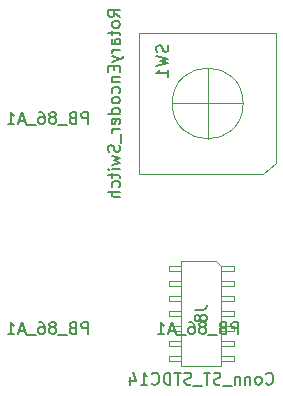
<source format=gbr>
G04 #@! TF.GenerationSoftware,KiCad,Pcbnew,9.0.2*
G04 #@! TF.CreationDate,2025-12-31T10:57:56+01:00*
G04 #@! TF.ProjectId,synthmate_L432,73796e74-686d-4617-9465-5f4c3433322e,rev?*
G04 #@! TF.SameCoordinates,Original*
G04 #@! TF.FileFunction,AssemblyDrawing,Bot*
%FSLAX46Y46*%
G04 Gerber Fmt 4.6, Leading zero omitted, Abs format (unit mm)*
G04 Created by KiCad (PCBNEW 9.0.2) date 2025-12-31 10:57:56*
%MOMM*%
%LPD*%
G01*
G04 APERTURE LIST*
%ADD10C,0.150000*%
%ADD11C,0.120000*%
%ADD12C,0.100000*%
G04 APERTURE END LIST*
D10*
X136730952Y-100784819D02*
X136730952Y-99784819D01*
X136730952Y-99784819D02*
X136350000Y-99784819D01*
X136350000Y-99784819D02*
X136254762Y-99832438D01*
X136254762Y-99832438D02*
X136207143Y-99880057D01*
X136207143Y-99880057D02*
X136159524Y-99975295D01*
X136159524Y-99975295D02*
X136159524Y-100118152D01*
X136159524Y-100118152D02*
X136207143Y-100213390D01*
X136207143Y-100213390D02*
X136254762Y-100261009D01*
X136254762Y-100261009D02*
X136350000Y-100308628D01*
X136350000Y-100308628D02*
X136730952Y-100308628D01*
X135397619Y-100261009D02*
X135254762Y-100308628D01*
X135254762Y-100308628D02*
X135207143Y-100356247D01*
X135207143Y-100356247D02*
X135159524Y-100451485D01*
X135159524Y-100451485D02*
X135159524Y-100594342D01*
X135159524Y-100594342D02*
X135207143Y-100689580D01*
X135207143Y-100689580D02*
X135254762Y-100737200D01*
X135254762Y-100737200D02*
X135350000Y-100784819D01*
X135350000Y-100784819D02*
X135730952Y-100784819D01*
X135730952Y-100784819D02*
X135730952Y-99784819D01*
X135730952Y-99784819D02*
X135397619Y-99784819D01*
X135397619Y-99784819D02*
X135302381Y-99832438D01*
X135302381Y-99832438D02*
X135254762Y-99880057D01*
X135254762Y-99880057D02*
X135207143Y-99975295D01*
X135207143Y-99975295D02*
X135207143Y-100070533D01*
X135207143Y-100070533D02*
X135254762Y-100165771D01*
X135254762Y-100165771D02*
X135302381Y-100213390D01*
X135302381Y-100213390D02*
X135397619Y-100261009D01*
X135397619Y-100261009D02*
X135730952Y-100261009D01*
X134969048Y-100880057D02*
X134207143Y-100880057D01*
X133826190Y-100213390D02*
X133921428Y-100165771D01*
X133921428Y-100165771D02*
X133969047Y-100118152D01*
X133969047Y-100118152D02*
X134016666Y-100022914D01*
X134016666Y-100022914D02*
X134016666Y-99975295D01*
X134016666Y-99975295D02*
X133969047Y-99880057D01*
X133969047Y-99880057D02*
X133921428Y-99832438D01*
X133921428Y-99832438D02*
X133826190Y-99784819D01*
X133826190Y-99784819D02*
X133635714Y-99784819D01*
X133635714Y-99784819D02*
X133540476Y-99832438D01*
X133540476Y-99832438D02*
X133492857Y-99880057D01*
X133492857Y-99880057D02*
X133445238Y-99975295D01*
X133445238Y-99975295D02*
X133445238Y-100022914D01*
X133445238Y-100022914D02*
X133492857Y-100118152D01*
X133492857Y-100118152D02*
X133540476Y-100165771D01*
X133540476Y-100165771D02*
X133635714Y-100213390D01*
X133635714Y-100213390D02*
X133826190Y-100213390D01*
X133826190Y-100213390D02*
X133921428Y-100261009D01*
X133921428Y-100261009D02*
X133969047Y-100308628D01*
X133969047Y-100308628D02*
X134016666Y-100403866D01*
X134016666Y-100403866D02*
X134016666Y-100594342D01*
X134016666Y-100594342D02*
X133969047Y-100689580D01*
X133969047Y-100689580D02*
X133921428Y-100737200D01*
X133921428Y-100737200D02*
X133826190Y-100784819D01*
X133826190Y-100784819D02*
X133635714Y-100784819D01*
X133635714Y-100784819D02*
X133540476Y-100737200D01*
X133540476Y-100737200D02*
X133492857Y-100689580D01*
X133492857Y-100689580D02*
X133445238Y-100594342D01*
X133445238Y-100594342D02*
X133445238Y-100403866D01*
X133445238Y-100403866D02*
X133492857Y-100308628D01*
X133492857Y-100308628D02*
X133540476Y-100261009D01*
X133540476Y-100261009D02*
X133635714Y-100213390D01*
X132588095Y-99784819D02*
X132778571Y-99784819D01*
X132778571Y-99784819D02*
X132873809Y-99832438D01*
X132873809Y-99832438D02*
X132921428Y-99880057D01*
X132921428Y-99880057D02*
X133016666Y-100022914D01*
X133016666Y-100022914D02*
X133064285Y-100213390D01*
X133064285Y-100213390D02*
X133064285Y-100594342D01*
X133064285Y-100594342D02*
X133016666Y-100689580D01*
X133016666Y-100689580D02*
X132969047Y-100737200D01*
X132969047Y-100737200D02*
X132873809Y-100784819D01*
X132873809Y-100784819D02*
X132683333Y-100784819D01*
X132683333Y-100784819D02*
X132588095Y-100737200D01*
X132588095Y-100737200D02*
X132540476Y-100689580D01*
X132540476Y-100689580D02*
X132492857Y-100594342D01*
X132492857Y-100594342D02*
X132492857Y-100356247D01*
X132492857Y-100356247D02*
X132540476Y-100261009D01*
X132540476Y-100261009D02*
X132588095Y-100213390D01*
X132588095Y-100213390D02*
X132683333Y-100165771D01*
X132683333Y-100165771D02*
X132873809Y-100165771D01*
X132873809Y-100165771D02*
X132969047Y-100213390D01*
X132969047Y-100213390D02*
X133016666Y-100261009D01*
X133016666Y-100261009D02*
X133064285Y-100356247D01*
X132302381Y-100880057D02*
X131540476Y-100880057D01*
X131349999Y-100499104D02*
X130873809Y-100499104D01*
X131445237Y-100784819D02*
X131111904Y-99784819D01*
X131111904Y-99784819D02*
X130778571Y-100784819D01*
X129921428Y-100784819D02*
X130492856Y-100784819D01*
X130207142Y-100784819D02*
X130207142Y-99784819D01*
X130207142Y-99784819D02*
X130302380Y-99927676D01*
X130302380Y-99927676D02*
X130397618Y-100022914D01*
X130397618Y-100022914D02*
X130492856Y-100070533D01*
X149430952Y-100784819D02*
X149430952Y-99784819D01*
X149430952Y-99784819D02*
X149050000Y-99784819D01*
X149050000Y-99784819D02*
X148954762Y-99832438D01*
X148954762Y-99832438D02*
X148907143Y-99880057D01*
X148907143Y-99880057D02*
X148859524Y-99975295D01*
X148859524Y-99975295D02*
X148859524Y-100118152D01*
X148859524Y-100118152D02*
X148907143Y-100213390D01*
X148907143Y-100213390D02*
X148954762Y-100261009D01*
X148954762Y-100261009D02*
X149050000Y-100308628D01*
X149050000Y-100308628D02*
X149430952Y-100308628D01*
X148097619Y-100261009D02*
X147954762Y-100308628D01*
X147954762Y-100308628D02*
X147907143Y-100356247D01*
X147907143Y-100356247D02*
X147859524Y-100451485D01*
X147859524Y-100451485D02*
X147859524Y-100594342D01*
X147859524Y-100594342D02*
X147907143Y-100689580D01*
X147907143Y-100689580D02*
X147954762Y-100737200D01*
X147954762Y-100737200D02*
X148050000Y-100784819D01*
X148050000Y-100784819D02*
X148430952Y-100784819D01*
X148430952Y-100784819D02*
X148430952Y-99784819D01*
X148430952Y-99784819D02*
X148097619Y-99784819D01*
X148097619Y-99784819D02*
X148002381Y-99832438D01*
X148002381Y-99832438D02*
X147954762Y-99880057D01*
X147954762Y-99880057D02*
X147907143Y-99975295D01*
X147907143Y-99975295D02*
X147907143Y-100070533D01*
X147907143Y-100070533D02*
X147954762Y-100165771D01*
X147954762Y-100165771D02*
X148002381Y-100213390D01*
X148002381Y-100213390D02*
X148097619Y-100261009D01*
X148097619Y-100261009D02*
X148430952Y-100261009D01*
X147669048Y-100880057D02*
X146907143Y-100880057D01*
X146526190Y-100213390D02*
X146621428Y-100165771D01*
X146621428Y-100165771D02*
X146669047Y-100118152D01*
X146669047Y-100118152D02*
X146716666Y-100022914D01*
X146716666Y-100022914D02*
X146716666Y-99975295D01*
X146716666Y-99975295D02*
X146669047Y-99880057D01*
X146669047Y-99880057D02*
X146621428Y-99832438D01*
X146621428Y-99832438D02*
X146526190Y-99784819D01*
X146526190Y-99784819D02*
X146335714Y-99784819D01*
X146335714Y-99784819D02*
X146240476Y-99832438D01*
X146240476Y-99832438D02*
X146192857Y-99880057D01*
X146192857Y-99880057D02*
X146145238Y-99975295D01*
X146145238Y-99975295D02*
X146145238Y-100022914D01*
X146145238Y-100022914D02*
X146192857Y-100118152D01*
X146192857Y-100118152D02*
X146240476Y-100165771D01*
X146240476Y-100165771D02*
X146335714Y-100213390D01*
X146335714Y-100213390D02*
X146526190Y-100213390D01*
X146526190Y-100213390D02*
X146621428Y-100261009D01*
X146621428Y-100261009D02*
X146669047Y-100308628D01*
X146669047Y-100308628D02*
X146716666Y-100403866D01*
X146716666Y-100403866D02*
X146716666Y-100594342D01*
X146716666Y-100594342D02*
X146669047Y-100689580D01*
X146669047Y-100689580D02*
X146621428Y-100737200D01*
X146621428Y-100737200D02*
X146526190Y-100784819D01*
X146526190Y-100784819D02*
X146335714Y-100784819D01*
X146335714Y-100784819D02*
X146240476Y-100737200D01*
X146240476Y-100737200D02*
X146192857Y-100689580D01*
X146192857Y-100689580D02*
X146145238Y-100594342D01*
X146145238Y-100594342D02*
X146145238Y-100403866D01*
X146145238Y-100403866D02*
X146192857Y-100308628D01*
X146192857Y-100308628D02*
X146240476Y-100261009D01*
X146240476Y-100261009D02*
X146335714Y-100213390D01*
X145288095Y-99784819D02*
X145478571Y-99784819D01*
X145478571Y-99784819D02*
X145573809Y-99832438D01*
X145573809Y-99832438D02*
X145621428Y-99880057D01*
X145621428Y-99880057D02*
X145716666Y-100022914D01*
X145716666Y-100022914D02*
X145764285Y-100213390D01*
X145764285Y-100213390D02*
X145764285Y-100594342D01*
X145764285Y-100594342D02*
X145716666Y-100689580D01*
X145716666Y-100689580D02*
X145669047Y-100737200D01*
X145669047Y-100737200D02*
X145573809Y-100784819D01*
X145573809Y-100784819D02*
X145383333Y-100784819D01*
X145383333Y-100784819D02*
X145288095Y-100737200D01*
X145288095Y-100737200D02*
X145240476Y-100689580D01*
X145240476Y-100689580D02*
X145192857Y-100594342D01*
X145192857Y-100594342D02*
X145192857Y-100356247D01*
X145192857Y-100356247D02*
X145240476Y-100261009D01*
X145240476Y-100261009D02*
X145288095Y-100213390D01*
X145288095Y-100213390D02*
X145383333Y-100165771D01*
X145383333Y-100165771D02*
X145573809Y-100165771D01*
X145573809Y-100165771D02*
X145669047Y-100213390D01*
X145669047Y-100213390D02*
X145716666Y-100261009D01*
X145716666Y-100261009D02*
X145764285Y-100356247D01*
X145002381Y-100880057D02*
X144240476Y-100880057D01*
X144049999Y-100499104D02*
X143573809Y-100499104D01*
X144145237Y-100784819D02*
X143811904Y-99784819D01*
X143811904Y-99784819D02*
X143478571Y-100784819D01*
X142621428Y-100784819D02*
X143192856Y-100784819D01*
X142907142Y-100784819D02*
X142907142Y-99784819D01*
X142907142Y-99784819D02*
X143002380Y-99927676D01*
X143002380Y-99927676D02*
X143097618Y-100022914D01*
X143097618Y-100022914D02*
X143192856Y-100070533D01*
X139414819Y-73936665D02*
X138938628Y-73603332D01*
X139414819Y-73365237D02*
X138414819Y-73365237D01*
X138414819Y-73365237D02*
X138414819Y-73746189D01*
X138414819Y-73746189D02*
X138462438Y-73841427D01*
X138462438Y-73841427D02*
X138510057Y-73889046D01*
X138510057Y-73889046D02*
X138605295Y-73936665D01*
X138605295Y-73936665D02*
X138748152Y-73936665D01*
X138748152Y-73936665D02*
X138843390Y-73889046D01*
X138843390Y-73889046D02*
X138891009Y-73841427D01*
X138891009Y-73841427D02*
X138938628Y-73746189D01*
X138938628Y-73746189D02*
X138938628Y-73365237D01*
X139414819Y-74508094D02*
X139367200Y-74412856D01*
X139367200Y-74412856D02*
X139319580Y-74365237D01*
X139319580Y-74365237D02*
X139224342Y-74317618D01*
X139224342Y-74317618D02*
X138938628Y-74317618D01*
X138938628Y-74317618D02*
X138843390Y-74365237D01*
X138843390Y-74365237D02*
X138795771Y-74412856D01*
X138795771Y-74412856D02*
X138748152Y-74508094D01*
X138748152Y-74508094D02*
X138748152Y-74650951D01*
X138748152Y-74650951D02*
X138795771Y-74746189D01*
X138795771Y-74746189D02*
X138843390Y-74793808D01*
X138843390Y-74793808D02*
X138938628Y-74841427D01*
X138938628Y-74841427D02*
X139224342Y-74841427D01*
X139224342Y-74841427D02*
X139319580Y-74793808D01*
X139319580Y-74793808D02*
X139367200Y-74746189D01*
X139367200Y-74746189D02*
X139414819Y-74650951D01*
X139414819Y-74650951D02*
X139414819Y-74508094D01*
X138748152Y-75127142D02*
X138748152Y-75508094D01*
X138414819Y-75269999D02*
X139271961Y-75269999D01*
X139271961Y-75269999D02*
X139367200Y-75317618D01*
X139367200Y-75317618D02*
X139414819Y-75412856D01*
X139414819Y-75412856D02*
X139414819Y-75508094D01*
X139414819Y-76269999D02*
X138891009Y-76269999D01*
X138891009Y-76269999D02*
X138795771Y-76222380D01*
X138795771Y-76222380D02*
X138748152Y-76127142D01*
X138748152Y-76127142D02*
X138748152Y-75936666D01*
X138748152Y-75936666D02*
X138795771Y-75841428D01*
X139367200Y-76269999D02*
X139414819Y-76174761D01*
X139414819Y-76174761D02*
X139414819Y-75936666D01*
X139414819Y-75936666D02*
X139367200Y-75841428D01*
X139367200Y-75841428D02*
X139271961Y-75793809D01*
X139271961Y-75793809D02*
X139176723Y-75793809D01*
X139176723Y-75793809D02*
X139081485Y-75841428D01*
X139081485Y-75841428D02*
X139033866Y-75936666D01*
X139033866Y-75936666D02*
X139033866Y-76174761D01*
X139033866Y-76174761D02*
X138986247Y-76269999D01*
X139414819Y-76746190D02*
X138748152Y-76746190D01*
X138938628Y-76746190D02*
X138843390Y-76793809D01*
X138843390Y-76793809D02*
X138795771Y-76841428D01*
X138795771Y-76841428D02*
X138748152Y-76936666D01*
X138748152Y-76936666D02*
X138748152Y-77031904D01*
X138748152Y-77270000D02*
X139414819Y-77508095D01*
X138748152Y-77746190D02*
X139414819Y-77508095D01*
X139414819Y-77508095D02*
X139652914Y-77412857D01*
X139652914Y-77412857D02*
X139700533Y-77365238D01*
X139700533Y-77365238D02*
X139748152Y-77270000D01*
X138891009Y-78127143D02*
X138891009Y-78460476D01*
X139414819Y-78603333D02*
X139414819Y-78127143D01*
X139414819Y-78127143D02*
X138414819Y-78127143D01*
X138414819Y-78127143D02*
X138414819Y-78603333D01*
X138748152Y-79031905D02*
X139414819Y-79031905D01*
X138843390Y-79031905D02*
X138795771Y-79079524D01*
X138795771Y-79079524D02*
X138748152Y-79174762D01*
X138748152Y-79174762D02*
X138748152Y-79317619D01*
X138748152Y-79317619D02*
X138795771Y-79412857D01*
X138795771Y-79412857D02*
X138891009Y-79460476D01*
X138891009Y-79460476D02*
X139414819Y-79460476D01*
X139367200Y-80365238D02*
X139414819Y-80270000D01*
X139414819Y-80270000D02*
X139414819Y-80079524D01*
X139414819Y-80079524D02*
X139367200Y-79984286D01*
X139367200Y-79984286D02*
X139319580Y-79936667D01*
X139319580Y-79936667D02*
X139224342Y-79889048D01*
X139224342Y-79889048D02*
X138938628Y-79889048D01*
X138938628Y-79889048D02*
X138843390Y-79936667D01*
X138843390Y-79936667D02*
X138795771Y-79984286D01*
X138795771Y-79984286D02*
X138748152Y-80079524D01*
X138748152Y-80079524D02*
X138748152Y-80270000D01*
X138748152Y-80270000D02*
X138795771Y-80365238D01*
X139414819Y-80936667D02*
X139367200Y-80841429D01*
X139367200Y-80841429D02*
X139319580Y-80793810D01*
X139319580Y-80793810D02*
X139224342Y-80746191D01*
X139224342Y-80746191D02*
X138938628Y-80746191D01*
X138938628Y-80746191D02*
X138843390Y-80793810D01*
X138843390Y-80793810D02*
X138795771Y-80841429D01*
X138795771Y-80841429D02*
X138748152Y-80936667D01*
X138748152Y-80936667D02*
X138748152Y-81079524D01*
X138748152Y-81079524D02*
X138795771Y-81174762D01*
X138795771Y-81174762D02*
X138843390Y-81222381D01*
X138843390Y-81222381D02*
X138938628Y-81270000D01*
X138938628Y-81270000D02*
X139224342Y-81270000D01*
X139224342Y-81270000D02*
X139319580Y-81222381D01*
X139319580Y-81222381D02*
X139367200Y-81174762D01*
X139367200Y-81174762D02*
X139414819Y-81079524D01*
X139414819Y-81079524D02*
X139414819Y-80936667D01*
X139414819Y-82127143D02*
X138414819Y-82127143D01*
X139367200Y-82127143D02*
X139414819Y-82031905D01*
X139414819Y-82031905D02*
X139414819Y-81841429D01*
X139414819Y-81841429D02*
X139367200Y-81746191D01*
X139367200Y-81746191D02*
X139319580Y-81698572D01*
X139319580Y-81698572D02*
X139224342Y-81650953D01*
X139224342Y-81650953D02*
X138938628Y-81650953D01*
X138938628Y-81650953D02*
X138843390Y-81698572D01*
X138843390Y-81698572D02*
X138795771Y-81746191D01*
X138795771Y-81746191D02*
X138748152Y-81841429D01*
X138748152Y-81841429D02*
X138748152Y-82031905D01*
X138748152Y-82031905D02*
X138795771Y-82127143D01*
X139367200Y-82984286D02*
X139414819Y-82889048D01*
X139414819Y-82889048D02*
X139414819Y-82698572D01*
X139414819Y-82698572D02*
X139367200Y-82603334D01*
X139367200Y-82603334D02*
X139271961Y-82555715D01*
X139271961Y-82555715D02*
X138891009Y-82555715D01*
X138891009Y-82555715D02*
X138795771Y-82603334D01*
X138795771Y-82603334D02*
X138748152Y-82698572D01*
X138748152Y-82698572D02*
X138748152Y-82889048D01*
X138748152Y-82889048D02*
X138795771Y-82984286D01*
X138795771Y-82984286D02*
X138891009Y-83031905D01*
X138891009Y-83031905D02*
X138986247Y-83031905D01*
X138986247Y-83031905D02*
X139081485Y-82555715D01*
X139414819Y-83460477D02*
X138748152Y-83460477D01*
X138938628Y-83460477D02*
X138843390Y-83508096D01*
X138843390Y-83508096D02*
X138795771Y-83555715D01*
X138795771Y-83555715D02*
X138748152Y-83650953D01*
X138748152Y-83650953D02*
X138748152Y-83746191D01*
X139510057Y-83841430D02*
X139510057Y-84603334D01*
X139367200Y-84793811D02*
X139414819Y-84936668D01*
X139414819Y-84936668D02*
X139414819Y-85174763D01*
X139414819Y-85174763D02*
X139367200Y-85270001D01*
X139367200Y-85270001D02*
X139319580Y-85317620D01*
X139319580Y-85317620D02*
X139224342Y-85365239D01*
X139224342Y-85365239D02*
X139129104Y-85365239D01*
X139129104Y-85365239D02*
X139033866Y-85317620D01*
X139033866Y-85317620D02*
X138986247Y-85270001D01*
X138986247Y-85270001D02*
X138938628Y-85174763D01*
X138938628Y-85174763D02*
X138891009Y-84984287D01*
X138891009Y-84984287D02*
X138843390Y-84889049D01*
X138843390Y-84889049D02*
X138795771Y-84841430D01*
X138795771Y-84841430D02*
X138700533Y-84793811D01*
X138700533Y-84793811D02*
X138605295Y-84793811D01*
X138605295Y-84793811D02*
X138510057Y-84841430D01*
X138510057Y-84841430D02*
X138462438Y-84889049D01*
X138462438Y-84889049D02*
X138414819Y-84984287D01*
X138414819Y-84984287D02*
X138414819Y-85222382D01*
X138414819Y-85222382D02*
X138462438Y-85365239D01*
X138748152Y-85698573D02*
X139414819Y-85889049D01*
X139414819Y-85889049D02*
X138938628Y-86079525D01*
X138938628Y-86079525D02*
X139414819Y-86270001D01*
X139414819Y-86270001D02*
X138748152Y-86460477D01*
X139414819Y-86841430D02*
X138748152Y-86841430D01*
X138414819Y-86841430D02*
X138462438Y-86793811D01*
X138462438Y-86793811D02*
X138510057Y-86841430D01*
X138510057Y-86841430D02*
X138462438Y-86889049D01*
X138462438Y-86889049D02*
X138414819Y-86841430D01*
X138414819Y-86841430D02*
X138510057Y-86841430D01*
X138748152Y-87174763D02*
X138748152Y-87555715D01*
X138414819Y-87317620D02*
X139271961Y-87317620D01*
X139271961Y-87317620D02*
X139367200Y-87365239D01*
X139367200Y-87365239D02*
X139414819Y-87460477D01*
X139414819Y-87460477D02*
X139414819Y-87555715D01*
X139367200Y-88317620D02*
X139414819Y-88222382D01*
X139414819Y-88222382D02*
X139414819Y-88031906D01*
X139414819Y-88031906D02*
X139367200Y-87936668D01*
X139367200Y-87936668D02*
X139319580Y-87889049D01*
X139319580Y-87889049D02*
X139224342Y-87841430D01*
X139224342Y-87841430D02*
X138938628Y-87841430D01*
X138938628Y-87841430D02*
X138843390Y-87889049D01*
X138843390Y-87889049D02*
X138795771Y-87936668D01*
X138795771Y-87936668D02*
X138748152Y-88031906D01*
X138748152Y-88031906D02*
X138748152Y-88222382D01*
X138748152Y-88222382D02*
X138795771Y-88317620D01*
X139414819Y-88746192D02*
X138414819Y-88746192D01*
X139414819Y-89174763D02*
X138891009Y-89174763D01*
X138891009Y-89174763D02*
X138795771Y-89127144D01*
X138795771Y-89127144D02*
X138748152Y-89031906D01*
X138748152Y-89031906D02*
X138748152Y-88889049D01*
X138748152Y-88889049D02*
X138795771Y-88793811D01*
X138795771Y-88793811D02*
X138843390Y-88746192D01*
X143467200Y-76336667D02*
X143514819Y-76479524D01*
X143514819Y-76479524D02*
X143514819Y-76717619D01*
X143514819Y-76717619D02*
X143467200Y-76812857D01*
X143467200Y-76812857D02*
X143419580Y-76860476D01*
X143419580Y-76860476D02*
X143324342Y-76908095D01*
X143324342Y-76908095D02*
X143229104Y-76908095D01*
X143229104Y-76908095D02*
X143133866Y-76860476D01*
X143133866Y-76860476D02*
X143086247Y-76812857D01*
X143086247Y-76812857D02*
X143038628Y-76717619D01*
X143038628Y-76717619D02*
X142991009Y-76527143D01*
X142991009Y-76527143D02*
X142943390Y-76431905D01*
X142943390Y-76431905D02*
X142895771Y-76384286D01*
X142895771Y-76384286D02*
X142800533Y-76336667D01*
X142800533Y-76336667D02*
X142705295Y-76336667D01*
X142705295Y-76336667D02*
X142610057Y-76384286D01*
X142610057Y-76384286D02*
X142562438Y-76431905D01*
X142562438Y-76431905D02*
X142514819Y-76527143D01*
X142514819Y-76527143D02*
X142514819Y-76765238D01*
X142514819Y-76765238D02*
X142562438Y-76908095D01*
X142514819Y-77241429D02*
X143514819Y-77479524D01*
X143514819Y-77479524D02*
X142800533Y-77670000D01*
X142800533Y-77670000D02*
X143514819Y-77860476D01*
X143514819Y-77860476D02*
X142514819Y-78098572D01*
X143514819Y-79003333D02*
X143514819Y-78431905D01*
X143514819Y-78717619D02*
X142514819Y-78717619D01*
X142514819Y-78717619D02*
X142657676Y-78622381D01*
X142657676Y-78622381D02*
X142752914Y-78527143D01*
X142752914Y-78527143D02*
X142800533Y-78431905D01*
X151796191Y-104974580D02*
X151843810Y-105022200D01*
X151843810Y-105022200D02*
X151986667Y-105069819D01*
X151986667Y-105069819D02*
X152081905Y-105069819D01*
X152081905Y-105069819D02*
X152224762Y-105022200D01*
X152224762Y-105022200D02*
X152320000Y-104926961D01*
X152320000Y-104926961D02*
X152367619Y-104831723D01*
X152367619Y-104831723D02*
X152415238Y-104641247D01*
X152415238Y-104641247D02*
X152415238Y-104498390D01*
X152415238Y-104498390D02*
X152367619Y-104307914D01*
X152367619Y-104307914D02*
X152320000Y-104212676D01*
X152320000Y-104212676D02*
X152224762Y-104117438D01*
X152224762Y-104117438D02*
X152081905Y-104069819D01*
X152081905Y-104069819D02*
X151986667Y-104069819D01*
X151986667Y-104069819D02*
X151843810Y-104117438D01*
X151843810Y-104117438D02*
X151796191Y-104165057D01*
X151224762Y-105069819D02*
X151320000Y-105022200D01*
X151320000Y-105022200D02*
X151367619Y-104974580D01*
X151367619Y-104974580D02*
X151415238Y-104879342D01*
X151415238Y-104879342D02*
X151415238Y-104593628D01*
X151415238Y-104593628D02*
X151367619Y-104498390D01*
X151367619Y-104498390D02*
X151320000Y-104450771D01*
X151320000Y-104450771D02*
X151224762Y-104403152D01*
X151224762Y-104403152D02*
X151081905Y-104403152D01*
X151081905Y-104403152D02*
X150986667Y-104450771D01*
X150986667Y-104450771D02*
X150939048Y-104498390D01*
X150939048Y-104498390D02*
X150891429Y-104593628D01*
X150891429Y-104593628D02*
X150891429Y-104879342D01*
X150891429Y-104879342D02*
X150939048Y-104974580D01*
X150939048Y-104974580D02*
X150986667Y-105022200D01*
X150986667Y-105022200D02*
X151081905Y-105069819D01*
X151081905Y-105069819D02*
X151224762Y-105069819D01*
X150462857Y-104403152D02*
X150462857Y-105069819D01*
X150462857Y-104498390D02*
X150415238Y-104450771D01*
X150415238Y-104450771D02*
X150320000Y-104403152D01*
X150320000Y-104403152D02*
X150177143Y-104403152D01*
X150177143Y-104403152D02*
X150081905Y-104450771D01*
X150081905Y-104450771D02*
X150034286Y-104546009D01*
X150034286Y-104546009D02*
X150034286Y-105069819D01*
X149558095Y-104403152D02*
X149558095Y-105069819D01*
X149558095Y-104498390D02*
X149510476Y-104450771D01*
X149510476Y-104450771D02*
X149415238Y-104403152D01*
X149415238Y-104403152D02*
X149272381Y-104403152D01*
X149272381Y-104403152D02*
X149177143Y-104450771D01*
X149177143Y-104450771D02*
X149129524Y-104546009D01*
X149129524Y-104546009D02*
X149129524Y-105069819D01*
X148891429Y-105165057D02*
X148129524Y-105165057D01*
X147939047Y-105022200D02*
X147796190Y-105069819D01*
X147796190Y-105069819D02*
X147558095Y-105069819D01*
X147558095Y-105069819D02*
X147462857Y-105022200D01*
X147462857Y-105022200D02*
X147415238Y-104974580D01*
X147415238Y-104974580D02*
X147367619Y-104879342D01*
X147367619Y-104879342D02*
X147367619Y-104784104D01*
X147367619Y-104784104D02*
X147415238Y-104688866D01*
X147415238Y-104688866D02*
X147462857Y-104641247D01*
X147462857Y-104641247D02*
X147558095Y-104593628D01*
X147558095Y-104593628D02*
X147748571Y-104546009D01*
X147748571Y-104546009D02*
X147843809Y-104498390D01*
X147843809Y-104498390D02*
X147891428Y-104450771D01*
X147891428Y-104450771D02*
X147939047Y-104355533D01*
X147939047Y-104355533D02*
X147939047Y-104260295D01*
X147939047Y-104260295D02*
X147891428Y-104165057D01*
X147891428Y-104165057D02*
X147843809Y-104117438D01*
X147843809Y-104117438D02*
X147748571Y-104069819D01*
X147748571Y-104069819D02*
X147510476Y-104069819D01*
X147510476Y-104069819D02*
X147367619Y-104117438D01*
X147081904Y-104069819D02*
X146510476Y-104069819D01*
X146796190Y-105069819D02*
X146796190Y-104069819D01*
X146415238Y-105165057D02*
X145653333Y-105165057D01*
X145462856Y-105022200D02*
X145319999Y-105069819D01*
X145319999Y-105069819D02*
X145081904Y-105069819D01*
X145081904Y-105069819D02*
X144986666Y-105022200D01*
X144986666Y-105022200D02*
X144939047Y-104974580D01*
X144939047Y-104974580D02*
X144891428Y-104879342D01*
X144891428Y-104879342D02*
X144891428Y-104784104D01*
X144891428Y-104784104D02*
X144939047Y-104688866D01*
X144939047Y-104688866D02*
X144986666Y-104641247D01*
X144986666Y-104641247D02*
X145081904Y-104593628D01*
X145081904Y-104593628D02*
X145272380Y-104546009D01*
X145272380Y-104546009D02*
X145367618Y-104498390D01*
X145367618Y-104498390D02*
X145415237Y-104450771D01*
X145415237Y-104450771D02*
X145462856Y-104355533D01*
X145462856Y-104355533D02*
X145462856Y-104260295D01*
X145462856Y-104260295D02*
X145415237Y-104165057D01*
X145415237Y-104165057D02*
X145367618Y-104117438D01*
X145367618Y-104117438D02*
X145272380Y-104069819D01*
X145272380Y-104069819D02*
X145034285Y-104069819D01*
X145034285Y-104069819D02*
X144891428Y-104117438D01*
X144605713Y-104069819D02*
X144034285Y-104069819D01*
X144319999Y-105069819D02*
X144319999Y-104069819D01*
X143700951Y-105069819D02*
X143700951Y-104069819D01*
X143700951Y-104069819D02*
X143462856Y-104069819D01*
X143462856Y-104069819D02*
X143319999Y-104117438D01*
X143319999Y-104117438D02*
X143224761Y-104212676D01*
X143224761Y-104212676D02*
X143177142Y-104307914D01*
X143177142Y-104307914D02*
X143129523Y-104498390D01*
X143129523Y-104498390D02*
X143129523Y-104641247D01*
X143129523Y-104641247D02*
X143177142Y-104831723D01*
X143177142Y-104831723D02*
X143224761Y-104926961D01*
X143224761Y-104926961D02*
X143319999Y-105022200D01*
X143319999Y-105022200D02*
X143462856Y-105069819D01*
X143462856Y-105069819D02*
X143700951Y-105069819D01*
X142129523Y-104974580D02*
X142177142Y-105022200D01*
X142177142Y-105022200D02*
X142319999Y-105069819D01*
X142319999Y-105069819D02*
X142415237Y-105069819D01*
X142415237Y-105069819D02*
X142558094Y-105022200D01*
X142558094Y-105022200D02*
X142653332Y-104926961D01*
X142653332Y-104926961D02*
X142700951Y-104831723D01*
X142700951Y-104831723D02*
X142748570Y-104641247D01*
X142748570Y-104641247D02*
X142748570Y-104498390D01*
X142748570Y-104498390D02*
X142700951Y-104307914D01*
X142700951Y-104307914D02*
X142653332Y-104212676D01*
X142653332Y-104212676D02*
X142558094Y-104117438D01*
X142558094Y-104117438D02*
X142415237Y-104069819D01*
X142415237Y-104069819D02*
X142319999Y-104069819D01*
X142319999Y-104069819D02*
X142177142Y-104117438D01*
X142177142Y-104117438D02*
X142129523Y-104165057D01*
X141177142Y-105069819D02*
X141748570Y-105069819D01*
X141462856Y-105069819D02*
X141462856Y-104069819D01*
X141462856Y-104069819D02*
X141558094Y-104212676D01*
X141558094Y-104212676D02*
X141653332Y-104307914D01*
X141653332Y-104307914D02*
X141748570Y-104355533D01*
X140319999Y-104403152D02*
X140319999Y-105069819D01*
X140558094Y-104022200D02*
X140796189Y-104736485D01*
X140796189Y-104736485D02*
X140177142Y-104736485D01*
X145774819Y-98726666D02*
X146489104Y-98726666D01*
X146489104Y-98726666D02*
X146631961Y-98679047D01*
X146631961Y-98679047D02*
X146727200Y-98583809D01*
X146727200Y-98583809D02*
X146774819Y-98440952D01*
X146774819Y-98440952D02*
X146774819Y-98345714D01*
X146203390Y-99345714D02*
X146155771Y-99250476D01*
X146155771Y-99250476D02*
X146108152Y-99202857D01*
X146108152Y-99202857D02*
X146012914Y-99155238D01*
X146012914Y-99155238D02*
X145965295Y-99155238D01*
X145965295Y-99155238D02*
X145870057Y-99202857D01*
X145870057Y-99202857D02*
X145822438Y-99250476D01*
X145822438Y-99250476D02*
X145774819Y-99345714D01*
X145774819Y-99345714D02*
X145774819Y-99536190D01*
X145774819Y-99536190D02*
X145822438Y-99631428D01*
X145822438Y-99631428D02*
X145870057Y-99679047D01*
X145870057Y-99679047D02*
X145965295Y-99726666D01*
X145965295Y-99726666D02*
X146012914Y-99726666D01*
X146012914Y-99726666D02*
X146108152Y-99679047D01*
X146108152Y-99679047D02*
X146155771Y-99631428D01*
X146155771Y-99631428D02*
X146203390Y-99536190D01*
X146203390Y-99536190D02*
X146203390Y-99345714D01*
X146203390Y-99345714D02*
X146251009Y-99250476D01*
X146251009Y-99250476D02*
X146298628Y-99202857D01*
X146298628Y-99202857D02*
X146393866Y-99155238D01*
X146393866Y-99155238D02*
X146584342Y-99155238D01*
X146584342Y-99155238D02*
X146679580Y-99202857D01*
X146679580Y-99202857D02*
X146727200Y-99250476D01*
X146727200Y-99250476D02*
X146774819Y-99345714D01*
X146774819Y-99345714D02*
X146774819Y-99536190D01*
X146774819Y-99536190D02*
X146727200Y-99631428D01*
X146727200Y-99631428D02*
X146679580Y-99679047D01*
X146679580Y-99679047D02*
X146584342Y-99726666D01*
X146584342Y-99726666D02*
X146393866Y-99726666D01*
X146393866Y-99726666D02*
X146298628Y-99679047D01*
X146298628Y-99679047D02*
X146251009Y-99631428D01*
X146251009Y-99631428D02*
X146203390Y-99536190D01*
X136730952Y-83004819D02*
X136730952Y-82004819D01*
X136730952Y-82004819D02*
X136350000Y-82004819D01*
X136350000Y-82004819D02*
X136254762Y-82052438D01*
X136254762Y-82052438D02*
X136207143Y-82100057D01*
X136207143Y-82100057D02*
X136159524Y-82195295D01*
X136159524Y-82195295D02*
X136159524Y-82338152D01*
X136159524Y-82338152D02*
X136207143Y-82433390D01*
X136207143Y-82433390D02*
X136254762Y-82481009D01*
X136254762Y-82481009D02*
X136350000Y-82528628D01*
X136350000Y-82528628D02*
X136730952Y-82528628D01*
X135397619Y-82481009D02*
X135254762Y-82528628D01*
X135254762Y-82528628D02*
X135207143Y-82576247D01*
X135207143Y-82576247D02*
X135159524Y-82671485D01*
X135159524Y-82671485D02*
X135159524Y-82814342D01*
X135159524Y-82814342D02*
X135207143Y-82909580D01*
X135207143Y-82909580D02*
X135254762Y-82957200D01*
X135254762Y-82957200D02*
X135350000Y-83004819D01*
X135350000Y-83004819D02*
X135730952Y-83004819D01*
X135730952Y-83004819D02*
X135730952Y-82004819D01*
X135730952Y-82004819D02*
X135397619Y-82004819D01*
X135397619Y-82004819D02*
X135302381Y-82052438D01*
X135302381Y-82052438D02*
X135254762Y-82100057D01*
X135254762Y-82100057D02*
X135207143Y-82195295D01*
X135207143Y-82195295D02*
X135207143Y-82290533D01*
X135207143Y-82290533D02*
X135254762Y-82385771D01*
X135254762Y-82385771D02*
X135302381Y-82433390D01*
X135302381Y-82433390D02*
X135397619Y-82481009D01*
X135397619Y-82481009D02*
X135730952Y-82481009D01*
X134969048Y-83100057D02*
X134207143Y-83100057D01*
X133826190Y-82433390D02*
X133921428Y-82385771D01*
X133921428Y-82385771D02*
X133969047Y-82338152D01*
X133969047Y-82338152D02*
X134016666Y-82242914D01*
X134016666Y-82242914D02*
X134016666Y-82195295D01*
X134016666Y-82195295D02*
X133969047Y-82100057D01*
X133969047Y-82100057D02*
X133921428Y-82052438D01*
X133921428Y-82052438D02*
X133826190Y-82004819D01*
X133826190Y-82004819D02*
X133635714Y-82004819D01*
X133635714Y-82004819D02*
X133540476Y-82052438D01*
X133540476Y-82052438D02*
X133492857Y-82100057D01*
X133492857Y-82100057D02*
X133445238Y-82195295D01*
X133445238Y-82195295D02*
X133445238Y-82242914D01*
X133445238Y-82242914D02*
X133492857Y-82338152D01*
X133492857Y-82338152D02*
X133540476Y-82385771D01*
X133540476Y-82385771D02*
X133635714Y-82433390D01*
X133635714Y-82433390D02*
X133826190Y-82433390D01*
X133826190Y-82433390D02*
X133921428Y-82481009D01*
X133921428Y-82481009D02*
X133969047Y-82528628D01*
X133969047Y-82528628D02*
X134016666Y-82623866D01*
X134016666Y-82623866D02*
X134016666Y-82814342D01*
X134016666Y-82814342D02*
X133969047Y-82909580D01*
X133969047Y-82909580D02*
X133921428Y-82957200D01*
X133921428Y-82957200D02*
X133826190Y-83004819D01*
X133826190Y-83004819D02*
X133635714Y-83004819D01*
X133635714Y-83004819D02*
X133540476Y-82957200D01*
X133540476Y-82957200D02*
X133492857Y-82909580D01*
X133492857Y-82909580D02*
X133445238Y-82814342D01*
X133445238Y-82814342D02*
X133445238Y-82623866D01*
X133445238Y-82623866D02*
X133492857Y-82528628D01*
X133492857Y-82528628D02*
X133540476Y-82481009D01*
X133540476Y-82481009D02*
X133635714Y-82433390D01*
X132588095Y-82004819D02*
X132778571Y-82004819D01*
X132778571Y-82004819D02*
X132873809Y-82052438D01*
X132873809Y-82052438D02*
X132921428Y-82100057D01*
X132921428Y-82100057D02*
X133016666Y-82242914D01*
X133016666Y-82242914D02*
X133064285Y-82433390D01*
X133064285Y-82433390D02*
X133064285Y-82814342D01*
X133064285Y-82814342D02*
X133016666Y-82909580D01*
X133016666Y-82909580D02*
X132969047Y-82957200D01*
X132969047Y-82957200D02*
X132873809Y-83004819D01*
X132873809Y-83004819D02*
X132683333Y-83004819D01*
X132683333Y-83004819D02*
X132588095Y-82957200D01*
X132588095Y-82957200D02*
X132540476Y-82909580D01*
X132540476Y-82909580D02*
X132492857Y-82814342D01*
X132492857Y-82814342D02*
X132492857Y-82576247D01*
X132492857Y-82576247D02*
X132540476Y-82481009D01*
X132540476Y-82481009D02*
X132588095Y-82433390D01*
X132588095Y-82433390D02*
X132683333Y-82385771D01*
X132683333Y-82385771D02*
X132873809Y-82385771D01*
X132873809Y-82385771D02*
X132969047Y-82433390D01*
X132969047Y-82433390D02*
X133016666Y-82481009D01*
X133016666Y-82481009D02*
X133064285Y-82576247D01*
X132302381Y-83100057D02*
X131540476Y-83100057D01*
X131349999Y-82719104D02*
X130873809Y-82719104D01*
X131445237Y-83004819D02*
X131111904Y-82004819D01*
X131111904Y-82004819D02*
X130778571Y-83004819D01*
X129921428Y-83004819D02*
X130492856Y-83004819D01*
X130207142Y-83004819D02*
X130207142Y-82004819D01*
X130207142Y-82004819D02*
X130302380Y-82147676D01*
X130302380Y-82147676D02*
X130397618Y-82242914D01*
X130397618Y-82242914D02*
X130492856Y-82290533D01*
D11*
G04 #@! TO.C,SW1*
X141060000Y-75270000D02*
X141060000Y-87270000D01*
X141060000Y-87270000D02*
X151560000Y-87270000D01*
X146860000Y-84270000D02*
X146860000Y-78270000D01*
X149860000Y-81270000D02*
X143860000Y-81270000D01*
X151560000Y-87270000D02*
X152660000Y-86270000D01*
X152660000Y-75270000D02*
X141060000Y-75270000D01*
X152660000Y-86270000D02*
X152660000Y-75270000D01*
X149860000Y-81270000D02*
G75*
G02*
X143860000Y-81270000I-3000000J0D01*
G01*
X143860000Y-81270000D02*
G75*
G02*
X149860000Y-81270000I3000000J0D01*
G01*
D12*
G04 #@! TO.C,J8*
X143570000Y-95050000D02*
X143570000Y-95450000D01*
X143570000Y-95450000D02*
X144615000Y-95450000D01*
X143570000Y-96320000D02*
X143570000Y-96720000D01*
X143570000Y-96720000D02*
X144615000Y-96720000D01*
X143570000Y-97590000D02*
X143570000Y-97990000D01*
X143570000Y-97990000D02*
X144615000Y-97990000D01*
X143570000Y-98860000D02*
X143570000Y-99260000D01*
X143570000Y-99260000D02*
X144615000Y-99260000D01*
X143570000Y-100130000D02*
X143570000Y-100530000D01*
X143570000Y-100530000D02*
X144615000Y-100530000D01*
X143570000Y-101400000D02*
X143570000Y-101800000D01*
X143570000Y-101800000D02*
X144615000Y-101800000D01*
X143570000Y-102670000D02*
X143570000Y-103070000D01*
X143570000Y-103070000D02*
X144615000Y-103070000D01*
X144615000Y-94615000D02*
X144615000Y-103505000D01*
X144615000Y-95050000D02*
X143570000Y-95050000D01*
X144615000Y-96320000D02*
X143570000Y-96320000D01*
X144615000Y-97590000D02*
X143570000Y-97590000D01*
X144615000Y-98860000D02*
X143570000Y-98860000D01*
X144615000Y-100130000D02*
X143570000Y-100130000D01*
X144615000Y-101400000D02*
X143570000Y-101400000D01*
X144615000Y-102670000D02*
X143570000Y-102670000D01*
X144615000Y-103505000D02*
X148025000Y-103505000D01*
X147590000Y-94615000D02*
X144615000Y-94615000D01*
X148025000Y-95050000D02*
X147590000Y-94615000D01*
X148025000Y-95050000D02*
X149070000Y-95050000D01*
X148025000Y-96320000D02*
X149070000Y-96320000D01*
X148025000Y-97590000D02*
X149070000Y-97590000D01*
X148025000Y-98860000D02*
X149070000Y-98860000D01*
X148025000Y-100130000D02*
X149070000Y-100130000D01*
X148025000Y-101400000D02*
X149070000Y-101400000D01*
X148025000Y-102670000D02*
X149070000Y-102670000D01*
X148025000Y-103505000D02*
X148025000Y-95050000D01*
X149070000Y-95050000D02*
X149070000Y-95450000D01*
X149070000Y-95450000D02*
X148025000Y-95450000D01*
X149070000Y-96320000D02*
X149070000Y-96720000D01*
X149070000Y-96720000D02*
X148025000Y-96720000D01*
X149070000Y-97590000D02*
X149070000Y-97990000D01*
X149070000Y-97990000D02*
X148025000Y-97990000D01*
X149070000Y-98860000D02*
X149070000Y-99260000D01*
X149070000Y-99260000D02*
X148025000Y-99260000D01*
X149070000Y-100130000D02*
X149070000Y-100530000D01*
X149070000Y-100530000D02*
X148025000Y-100530000D01*
X149070000Y-101400000D02*
X149070000Y-101800000D01*
X149070000Y-101800000D02*
X148025000Y-101800000D01*
X149070000Y-102670000D02*
X149070000Y-103070000D01*
X149070000Y-103070000D02*
X148025000Y-103070000D01*
G04 #@! TD*
M02*

</source>
